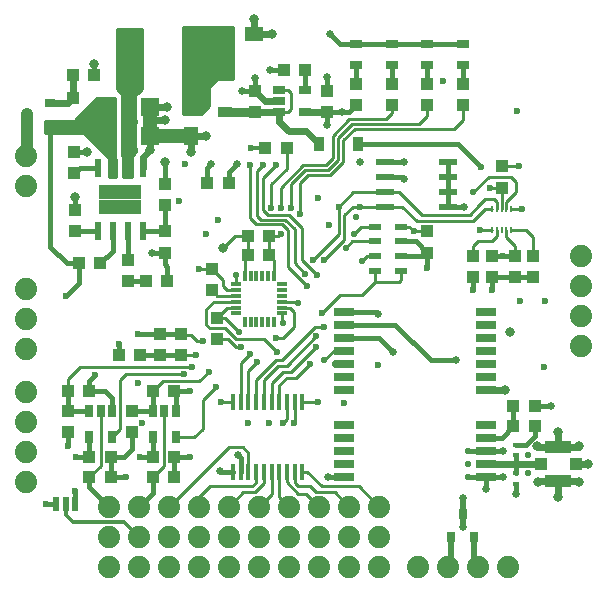
<source format=gbl>
G04 #@! TF.GenerationSoftware,KiCad,Pcbnew,(5.0.0)*
G04 #@! TF.CreationDate,2018-08-31T18:23:00+12:00*
G04 #@! TF.ProjectId,SimpleFC,53696D706C6546432E6B696361645F70,rev?*
G04 #@! TF.SameCoordinates,Original*
G04 #@! TF.FileFunction,Copper,L4,Bot,Signal*
G04 #@! TF.FilePolarity,Positive*
%FSLAX46Y46*%
G04 Gerber Fmt 4.6, Leading zero omitted, Abs format (unit mm)*
G04 Created by KiCad (PCBNEW (5.0.0)) date 08/31/18 18:23:00*
%MOMM*%
%LPD*%
G01*
G04 APERTURE LIST*
G04 #@! TA.AperFunction,SMDPad,CuDef*
%ADD10R,1.800000X0.800000*%
G04 #@! TD*
G04 #@! TA.AperFunction,SMDPad,CuDef*
%ADD11R,1.000000X1.100000*%
G04 #@! TD*
G04 #@! TA.AperFunction,SMDPad,CuDef*
%ADD12R,1.100000X1.000000*%
G04 #@! TD*
G04 #@! TA.AperFunction,SMDPad,CuDef*
%ADD13R,1.600000X1.600000*%
G04 #@! TD*
G04 #@! TA.AperFunction,SMDPad,CuDef*
%ADD14R,1.250000X1.500000*%
G04 #@! TD*
G04 #@! TA.AperFunction,SMDPad,CuDef*
%ADD15R,1.500000X1.250000*%
G04 #@! TD*
G04 #@! TA.AperFunction,SMDPad,CuDef*
%ADD16R,1.000000X1.000000*%
G04 #@! TD*
G04 #@! TA.AperFunction,SMDPad,CuDef*
%ADD17R,1.200000X0.900000*%
G04 #@! TD*
G04 #@! TA.AperFunction,SMDPad,CuDef*
%ADD18R,0.900000X1.200000*%
G04 #@! TD*
G04 #@! TA.AperFunction,SMDPad,CuDef*
%ADD19R,1.000000X0.670000*%
G04 #@! TD*
G04 #@! TA.AperFunction,SMDPad,CuDef*
%ADD20R,0.800000X0.900000*%
G04 #@! TD*
G04 #@! TA.AperFunction,ComponentPad*
%ADD21C,1.880000*%
G04 #@! TD*
G04 #@! TA.AperFunction,SMDPad,CuDef*
%ADD22R,0.600000X1.200000*%
G04 #@! TD*
G04 #@! TA.AperFunction,SMDPad,CuDef*
%ADD23R,1.900000X3.400000*%
G04 #@! TD*
G04 #@! TA.AperFunction,SMDPad,CuDef*
%ADD24R,0.900000X0.800000*%
G04 #@! TD*
G04 #@! TA.AperFunction,SMDPad,CuDef*
%ADD25R,0.225000X0.600000*%
G04 #@! TD*
G04 #@! TA.AperFunction,SMDPad,CuDef*
%ADD26R,0.350000X0.850000*%
G04 #@! TD*
G04 #@! TA.AperFunction,SMDPad,CuDef*
%ADD27R,0.850000X0.350000*%
G04 #@! TD*
G04 #@! TA.AperFunction,SMDPad,CuDef*
%ADD28R,1.100000X0.600000*%
G04 #@! TD*
G04 #@! TA.AperFunction,SMDPad,CuDef*
%ADD29R,1.175000X1.175000*%
G04 #@! TD*
G04 #@! TA.AperFunction,SMDPad,CuDef*
%ADD30R,0.600000X1.550000*%
G04 #@! TD*
G04 #@! TA.AperFunction,SMDPad,CuDef*
%ADD31R,1.060000X0.650000*%
G04 #@! TD*
G04 #@! TA.AperFunction,SMDPad,CuDef*
%ADD32R,1.550000X0.600000*%
G04 #@! TD*
G04 #@! TA.AperFunction,SMDPad,CuDef*
%ADD33R,0.650000X1.060000*%
G04 #@! TD*
G04 #@! TA.AperFunction,SMDPad,CuDef*
%ADD34R,0.450000X1.450000*%
G04 #@! TD*
G04 #@! TA.AperFunction,SMDPad,CuDef*
%ADD35R,0.600000X0.400000*%
G04 #@! TD*
G04 #@! TA.AperFunction,SMDPad,CuDef*
%ADD36R,2.200000X1.050000*%
G04 #@! TD*
G04 #@! TA.AperFunction,ViaPad*
%ADD37C,0.650000*%
G04 #@! TD*
G04 #@! TA.AperFunction,ViaPad*
%ADD38C,0.800000*%
G04 #@! TD*
G04 #@! TA.AperFunction,ViaPad*
%ADD39C,0.900000*%
G04 #@! TD*
G04 #@! TA.AperFunction,ViaPad*
%ADD40C,0.600000*%
G04 #@! TD*
G04 #@! TA.AperFunction,ViaPad*
%ADD41C,0.550000*%
G04 #@! TD*
G04 #@! TA.AperFunction,Conductor*
%ADD42C,0.400000*%
G04 #@! TD*
G04 #@! TA.AperFunction,Conductor*
%ADD43C,0.500000*%
G04 #@! TD*
G04 #@! TA.AperFunction,Conductor*
%ADD44C,0.600000*%
G04 #@! TD*
G04 #@! TA.AperFunction,Conductor*
%ADD45C,1.200000*%
G04 #@! TD*
G04 #@! TA.AperFunction,Conductor*
%ADD46C,0.250000*%
G04 #@! TD*
G04 #@! TA.AperFunction,Conductor*
%ADD47C,0.300000*%
G04 #@! TD*
G04 #@! TA.AperFunction,Conductor*
%ADD48C,0.800000*%
G04 #@! TD*
G04 #@! TA.AperFunction,Conductor*
%ADD49C,1.000000*%
G04 #@! TD*
G04 #@! TA.AperFunction,Conductor*
%ADD50C,0.254000*%
G04 #@! TD*
G04 APERTURE END LIST*
D10*
G04 #@! TO.P,U12,1*
G04 #@! TO.N,Net-(U12-Pad1)*
X165500000Y-101900000D03*
G04 #@! TO.P,U12,2*
G04 #@! TO.N,Net-(U12-Pad2)*
X165500000Y-103000000D03*
G04 #@! TO.P,U12,3*
G04 #@! TO.N,Net-(U12-Pad3)*
X165500000Y-104100000D03*
G04 #@! TO.P,U12,4*
G04 #@! TO.N,Net-(U12-Pad4)*
X165500000Y-105200000D03*
G04 #@! TO.P,U12,5*
G04 #@! TO.N,Net-(U12-Pad5)*
X165500000Y-106300000D03*
G04 #@! TO.P,U12,6*
G04 #@! TO.N,Net-(U12-Pad6)*
X165500000Y-107400000D03*
G04 #@! TO.P,U12,7*
G04 #@! TO.N,GND*
X165500000Y-108500000D03*
G04 #@! TO.P,U12,8*
G04 #@! TO.N,Net-(U12-Pad8)*
X165500000Y-111500000D03*
G04 #@! TO.P,U12,9*
G04 #@! TO.N,Net-(C42-Pad1)*
X165500000Y-112600000D03*
G04 #@! TO.P,U12,10*
G04 #@! TO.N,GND*
X165500000Y-113700000D03*
G04 #@! TO.P,U12,11*
G04 #@! TO.N,Net-(D13-Pad1)*
X165500000Y-114800000D03*
G04 #@! TO.P,U12,12*
G04 #@! TO.N,GND*
X165500000Y-115900000D03*
G04 #@! TO.P,U12,13*
X153500000Y-115900000D03*
G04 #@! TO.P,U12,14*
G04 #@! TO.N,Net-(U12-Pad14)*
X153500000Y-114800000D03*
G04 #@! TO.P,U12,15*
G04 #@! TO.N,Net-(U12-Pad15)*
X153500000Y-113700000D03*
G04 #@! TO.P,U12,16*
G04 #@! TO.N,Net-(U12-Pad16)*
X153500000Y-112600000D03*
G04 #@! TO.P,U12,17*
G04 #@! TO.N,Net-(U12-Pad17)*
X153500000Y-111500000D03*
G04 #@! TO.P,U12,18*
G04 #@! TO.N,Net-(U12-Pad18)*
X153500000Y-108500000D03*
G04 #@! TO.P,U12,19*
G04 #@! TO.N,Net-(U12-Pad19)*
X153500000Y-107400000D03*
G04 #@! TO.P,U12,20*
G04 #@! TO.N,U3RX*
X153500000Y-106300000D03*
G04 #@! TO.P,U12,21*
G04 #@! TO.N,U3TX*
X153500000Y-105200000D03*
G04 #@! TO.P,U12,22*
G04 #@! TO.N,Net-(BT1-Pad1)*
X153500000Y-104100000D03*
G04 #@! TO.P,U12,23*
G04 #@! TO.N,VDD_GPS*
X153500000Y-103000000D03*
G04 #@! TO.P,U12,24*
G04 #@! TO.N,GND*
X153500000Y-101900000D03*
G04 #@! TD*
D11*
G04 #@! TO.P,C10,1*
G04 #@! TO.N,+3.3VA*
X139700000Y-105600000D03*
G04 #@! TO.P,C10,2*
G04 #@! TO.N,GNDA*
X139700000Y-103800000D03*
G04 #@! TD*
G04 #@! TO.P,C11,1*
G04 #@! TO.N,+3.3VA*
X137900000Y-105600000D03*
G04 #@! TO.P,C11,2*
G04 #@! TO.N,GNDA*
X137900000Y-103800000D03*
G04 #@! TD*
G04 #@! TO.P,C12,1*
G04 #@! TO.N,+3V3*
X166800000Y-91400000D03*
G04 #@! TO.P,C12,2*
G04 #@! TO.N,GND*
X166800000Y-89600000D03*
G04 #@! TD*
G04 #@! TO.P,C13,2*
G04 #@! TO.N,GND*
X166000000Y-99000000D03*
G04 #@! TO.P,C13,1*
G04 #@! TO.N,+3V3*
X166000000Y-97200000D03*
G04 #@! TD*
G04 #@! TO.P,C14,2*
G04 #@! TO.N,GND*
X167900000Y-99000000D03*
G04 #@! TO.P,C14,1*
G04 #@! TO.N,+3V3*
X167900000Y-97200000D03*
G04 #@! TD*
G04 #@! TO.P,C15,1*
G04 #@! TO.N,Net-(C15-Pad1)*
X169500000Y-97200000D03*
G04 #@! TO.P,C15,2*
G04 #@! TO.N,GND*
X169500000Y-99000000D03*
G04 #@! TD*
G04 #@! TO.P,C16,1*
G04 #@! TO.N,Net-(C16-Pad1)*
X164400000Y-97200000D03*
G04 #@! TO.P,C16,2*
G04 #@! TO.N,GND*
X164400000Y-99000000D03*
G04 #@! TD*
G04 #@! TO.P,C17,2*
G04 #@! TO.N,GND*
X160500000Y-96900000D03*
G04 #@! TO.P,C17,1*
G04 #@! TO.N,+3V3*
X160500000Y-95100000D03*
G04 #@! TD*
G04 #@! TO.P,C18,1*
G04 #@! TO.N,Net-(C18-Pad1)*
X142300000Y-100100000D03*
G04 #@! TO.P,C18,2*
G04 #@! TO.N,GND*
X142300000Y-98300000D03*
G04 #@! TD*
G04 #@! TO.P,C19,2*
G04 #@! TO.N,GND*
X142700000Y-104200000D03*
G04 #@! TO.P,C19,1*
G04 #@! TO.N,+3V3*
X142700000Y-102400000D03*
G04 #@! TD*
D12*
G04 #@! TO.P,C20,1*
G04 #@! TO.N,+3V3*
X145300000Y-95500000D03*
G04 #@! TO.P,C20,2*
G04 #@! TO.N,GND*
X147100000Y-95500000D03*
G04 #@! TD*
G04 #@! TO.P,C21,2*
G04 #@! TO.N,GND*
X147100000Y-97100000D03*
G04 #@! TO.P,C21,1*
G04 #@! TO.N,+3V3*
X145300000Y-97100000D03*
G04 #@! TD*
D11*
G04 #@! TO.P,C22,1*
G04 #@! TO.N,Net-(C22-Pad1)*
X130600000Y-90200000D03*
G04 #@! TO.P,C22,2*
G04 #@! TO.N,V_SW*
X130600000Y-88400000D03*
G04 #@! TD*
D13*
G04 #@! TO.P,C23,1*
G04 #@! TO.N,+BATT*
X133400000Y-84600000D03*
G04 #@! TO.P,C23,2*
G04 #@! TO.N,GND*
X137000000Y-84600000D03*
G04 #@! TD*
G04 #@! TO.P,C24,2*
G04 #@! TO.N,GND*
X137000000Y-87000000D03*
G04 #@! TO.P,C24,1*
G04 #@! TO.N,+BATT*
X133400000Y-87000000D03*
G04 #@! TD*
D11*
G04 #@! TO.P,C25,1*
G04 #@! TO.N,Net-(C25-Pad1)*
X135150000Y-97500000D03*
G04 #@! TO.P,C25,2*
G04 #@! TO.N,Net-(C25-Pad2)*
X135150000Y-99300000D03*
G04 #@! TD*
G04 #@! TO.P,C26,2*
G04 #@! TO.N,GND*
X130700000Y-93300000D03*
G04 #@! TO.P,C26,1*
G04 #@! TO.N,Net-(C26-Pad1)*
X130700000Y-95100000D03*
G04 #@! TD*
D14*
G04 #@! TO.P,C27,1*
G04 #@! TO.N,+5V*
X140500000Y-84500000D03*
G04 #@! TO.P,C27,2*
G04 #@! TO.N,GND*
X140500000Y-87000000D03*
G04 #@! TD*
D15*
G04 #@! TO.P,C28,2*
G04 #@! TO.N,GND*
X145850000Y-78400000D03*
G04 #@! TO.P,C28,1*
G04 #@! TO.N,+5V*
X143350000Y-78400000D03*
G04 #@! TD*
D11*
G04 #@! TO.P,C30,1*
G04 #@! TO.N,+3V3*
X152000000Y-85000000D03*
G04 #@! TO.P,C30,2*
G04 #@! TO.N,GND*
X152000000Y-83200000D03*
G04 #@! TD*
G04 #@! TO.P,C31,2*
G04 #@! TO.N,GND*
X145900000Y-83200000D03*
G04 #@! TO.P,C31,1*
G04 #@! TO.N,Net-(C31-Pad1)*
X145900000Y-85000000D03*
G04 #@! TD*
D12*
G04 #@! TO.P,C32,1*
G04 #@! TO.N,Net-(C32-Pad1)*
X150200000Y-81400000D03*
G04 #@! TO.P,C32,2*
G04 #@! TO.N,GND*
X148400000Y-81400000D03*
G04 #@! TD*
G04 #@! TO.P,C34,2*
G04 #@! TO.N,GND*
X143700000Y-91000000D03*
G04 #@! TO.P,C34,1*
G04 #@! TO.N,+3V3*
X141900000Y-91000000D03*
G04 #@! TD*
G04 #@! TO.P,C36,2*
G04 #@! TO.N,GND*
X139100000Y-114200000D03*
G04 #@! TO.P,C36,1*
G04 #@! TO.N,+3V3*
X137300000Y-114200000D03*
G04 #@! TD*
G04 #@! TO.P,C37,2*
G04 #@! TO.N,GND*
X139100000Y-108600000D03*
G04 #@! TO.P,C37,1*
G04 #@! TO.N,U2TX*
X137300000Y-108600000D03*
G04 #@! TD*
G04 #@! TO.P,C38,1*
G04 #@! TO.N,+3V3*
X131900000Y-114200000D03*
G04 #@! TO.P,C38,2*
G04 #@! TO.N,GND*
X133700000Y-114200000D03*
G04 #@! TD*
G04 #@! TO.P,C40,2*
G04 #@! TO.N,GND*
X131900000Y-108600000D03*
G04 #@! TO.P,C40,1*
G04 #@! TO.N,U4TX*
X130100000Y-108600000D03*
G04 #@! TD*
D16*
G04 #@! TO.P,D1,1*
G04 #@! TO.N,+BATT*
X130500000Y-86350000D03*
G04 #@! TO.P,D1,2*
G04 #@! TO.N,Net-(D1-Pad2)*
X130500000Y-83850000D03*
G04 #@! TD*
D17*
G04 #@! TO.P,D4,1*
G04 #@! TO.N,Net-(C31-Pad1)*
X143400000Y-85000000D03*
G04 #@! TO.P,D4,2*
G04 #@! TO.N,+5V*
X143400000Y-81700000D03*
G04 #@! TD*
D18*
G04 #@! TO.P,D5,2*
G04 #@! TO.N,VBUS*
X154650000Y-87700000D03*
G04 #@! TO.P,D5,1*
G04 #@! TO.N,Net-(C31-Pad1)*
X151350000Y-87700000D03*
G04 #@! TD*
D19*
G04 #@! TO.P,D6,1*
G04 #@! TO.N,GND*
X154500000Y-79225000D03*
G04 #@! TO.P,D6,2*
G04 #@! TO.N,Net-(D6-Pad2)*
X154500000Y-80975000D03*
G04 #@! TD*
G04 #@! TO.P,D7,2*
G04 #@! TO.N,Net-(D7-Pad2)*
X163500000Y-80975000D03*
G04 #@! TO.P,D7,1*
G04 #@! TO.N,GND*
X163500000Y-79225000D03*
G04 #@! TD*
G04 #@! TO.P,D8,1*
G04 #@! TO.N,GND*
X160500000Y-79225000D03*
G04 #@! TO.P,D8,2*
G04 #@! TO.N,Net-(D8-Pad2)*
X160500000Y-80975000D03*
G04 #@! TD*
G04 #@! TO.P,D9,2*
G04 #@! TO.N,Net-(D9-Pad2)*
X157500000Y-80975000D03*
G04 #@! TO.P,D9,1*
G04 #@! TO.N,GND*
X157500000Y-79225000D03*
G04 #@! TD*
D20*
G04 #@! TO.P,D11,3*
G04 #@! TO.N,GND*
X163500000Y-119000000D03*
G04 #@! TO.P,D11,2*
G04 #@! TO.N,CANL*
X162550000Y-121000000D03*
G04 #@! TO.P,D11,1*
G04 #@! TO.N,CANH*
X164450000Y-121000000D03*
G04 #@! TD*
D21*
G04 #@! TO.P,J1,1*
G04 #@! TO.N,Net-(J1-Pad1)*
X126500000Y-88730000D03*
G04 #@! TO.P,J1,2*
G04 #@! TO.N,GND*
X126500000Y-91270000D03*
G04 #@! TD*
G04 #@! TO.P,J3,1*
G04 #@! TO.N,Net-(J3-Pad1)*
X173500000Y-104810000D03*
G04 #@! TO.P,J3,2*
G04 #@! TO.N,U1TX*
X173500000Y-102270000D03*
G04 #@! TO.P,J3,3*
G04 #@! TO.N,U1RX*
X173500000Y-99730000D03*
G04 #@! TO.P,J3,4*
G04 #@! TO.N,GND*
X173500000Y-97190000D03*
G04 #@! TD*
G04 #@! TO.P,J4,1*
G04 #@! TO.N,+5V*
X167310000Y-123500000D03*
G04 #@! TO.P,J4,2*
G04 #@! TO.N,CANH*
X164770000Y-123500000D03*
G04 #@! TO.P,J4,3*
G04 #@! TO.N,CANL*
X162230000Y-123500000D03*
G04 #@! TO.P,J4,4*
G04 #@! TO.N,GND*
X159690000Y-123500000D03*
G04 #@! TD*
G04 #@! TO.P,J11,4*
G04 #@! TO.N,GND*
X126500000Y-116310000D03*
G04 #@! TO.P,J11,3*
G04 #@! TO.N,ADC_IN3*
X126500000Y-113770000D03*
G04 #@! TO.P,J11,2*
G04 #@! TO.N,ADC_IN2*
X126500000Y-111230000D03*
G04 #@! TO.P,J11,1*
G04 #@! TO.N,+5V*
X126500000Y-108690000D03*
G04 #@! TD*
G04 #@! TO.P,J14,1*
G04 #@! TO.N,ADC_CURR*
X126500000Y-105040000D03*
G04 #@! TO.P,J14,2*
G04 #@! TO.N,+5V*
X126500000Y-102500000D03*
G04 #@! TO.P,J14,3*
G04 #@! TO.N,GND*
X126500000Y-99960000D03*
G04 #@! TD*
D22*
G04 #@! TO.P,JP3,1*
G04 #@! TO.N,+3V3*
X129100000Y-118200000D03*
G04 #@! TO.P,JP3,2*
G04 #@! TO.N,Net-(J6-Pad2)*
X129900000Y-118200000D03*
G04 #@! TO.P,JP3,3*
G04 #@! TO.N,+5V*
X130700000Y-118200000D03*
G04 #@! TD*
D12*
G04 #@! TO.P,L1,1*
G04 #@! TO.N,+3V3*
X134400000Y-105600000D03*
G04 #@! TO.P,L1,2*
G04 #@! TO.N,+3.3VA*
X136200000Y-105600000D03*
G04 #@! TD*
D23*
G04 #@! TO.P,L2,1*
G04 #@! TO.N,V_SW*
X135320000Y-79600000D03*
G04 #@! TO.P,L2,2*
G04 #@! TO.N,+5V*
X140880000Y-79600000D03*
G04 #@! TD*
D24*
G04 #@! TO.P,Q1,1*
G04 #@! TO.N,Net-(D1-Pad2)*
X128600000Y-84250000D03*
G04 #@! TO.P,Q1,2*
G04 #@! TO.N,+BATT*
X128600000Y-86150000D03*
G04 #@! TO.P,Q1,3*
G04 #@! TO.N,Net-(J1-Pad1)*
X126600000Y-85200000D03*
G04 #@! TD*
D12*
G04 #@! TO.P,R1,1*
G04 #@! TO.N,Net-(R1-Pad1)*
X148600000Y-88000000D03*
G04 #@! TO.P,R1,2*
G04 #@! TO.N,GND*
X146800000Y-88000000D03*
G04 #@! TD*
G04 #@! TO.P,R6,1*
G04 #@! TO.N,Net-(R6-Pad1)*
X132800000Y-97800000D03*
G04 #@! TO.P,R6,2*
G04 #@! TO.N,+BATT*
X131000000Y-97800000D03*
G04 #@! TD*
D11*
G04 #@! TO.P,R7,2*
G04 #@! TO.N,Net-(R10-Pad2)*
X138300000Y-92900000D03*
G04 #@! TO.P,R7,1*
G04 #@! TO.N,+5V*
X138300000Y-91100000D03*
G04 #@! TD*
D12*
G04 #@! TO.P,R9,2*
G04 #@! TO.N,GND*
X132300000Y-81900000D03*
G04 #@! TO.P,R9,1*
G04 #@! TO.N,Net-(D1-Pad2)*
X130500000Y-81900000D03*
G04 #@! TD*
D11*
G04 #@! TO.P,R10,1*
G04 #@! TO.N,GND*
X138300000Y-96900000D03*
G04 #@! TO.P,R10,2*
G04 #@! TO.N,Net-(R10-Pad2)*
X138300000Y-95100000D03*
G04 #@! TD*
D12*
G04 #@! TO.P,R11,2*
G04 #@! TO.N,GND*
X138500000Y-99300000D03*
G04 #@! TO.P,R11,1*
G04 #@! TO.N,Net-(C25-Pad2)*
X136700000Y-99300000D03*
G04 #@! TD*
D11*
G04 #@! TO.P,R13,1*
G04 #@! TO.N,Net-(D6-Pad2)*
X154500000Y-82600000D03*
G04 #@! TO.P,R13,2*
G04 #@! TO.N,+3V3*
X154500000Y-84400000D03*
G04 #@! TD*
G04 #@! TO.P,R14,2*
G04 #@! TO.N,GPS_LED*
X163500000Y-84400000D03*
G04 #@! TO.P,R14,1*
G04 #@! TO.N,Net-(D7-Pad2)*
X163500000Y-82600000D03*
G04 #@! TD*
G04 #@! TO.P,R15,1*
G04 #@! TO.N,Net-(D8-Pad2)*
X160500000Y-82600000D03*
G04 #@! TO.P,R15,2*
G04 #@! TO.N,RDY_LED*
X160500000Y-84400000D03*
G04 #@! TD*
G04 #@! TO.P,R16,2*
G04 #@! TO.N,DBG_LED*
X157500000Y-84400000D03*
G04 #@! TO.P,R16,1*
G04 #@! TO.N,Net-(D9-Pad2)*
X157500000Y-82600000D03*
G04 #@! TD*
G04 #@! TO.P,R17,2*
G04 #@! TO.N,GND*
X135500000Y-112100000D03*
G04 #@! TO.P,R17,1*
G04 #@! TO.N,U2TX*
X135500000Y-110300000D03*
G04 #@! TD*
D12*
G04 #@! TO.P,R18,1*
G04 #@! TO.N,RC_IN1*
X137300000Y-115900000D03*
G04 #@! TO.P,R18,2*
G04 #@! TO.N,GND*
X139100000Y-115900000D03*
G04 #@! TD*
D11*
G04 #@! TO.P,R20,1*
G04 #@! TO.N,U4TX*
X130100000Y-110300000D03*
G04 #@! TO.P,R20,2*
G04 #@! TO.N,GND*
X130100000Y-112100000D03*
G04 #@! TD*
D12*
G04 #@! TO.P,R21,2*
G04 #@! TO.N,GND*
X133700000Y-115900000D03*
G04 #@! TO.P,R21,1*
G04 #@! TO.N,RC_IN2*
X131900000Y-115900000D03*
G04 #@! TD*
D25*
G04 #@! TO.P,U2,1*
G04 #@! TO.N,Net-(C15-Pad1)*
X167600000Y-95000000D03*
G04 #@! TO.P,U2,2*
G04 #@! TO.N,+3V3*
X167200000Y-95000000D03*
G04 #@! TO.P,U2,3*
G04 #@! TO.N,Net-(U2-Pad3)*
X166800000Y-95000000D03*
G04 #@! TO.P,U2,4*
G04 #@! TO.N,Net-(C16-Pad1)*
X166400000Y-95000000D03*
G04 #@! TO.P,U2,5*
G04 #@! TO.N,GND*
X166000000Y-95000000D03*
G04 #@! TO.P,U2,6*
G04 #@! TO.N,I2C1_SDA*
X166000000Y-93200000D03*
G04 #@! TO.P,U2,7*
G04 #@! TO.N,I2C1_SCL*
X166400000Y-93200000D03*
G04 #@! TO.P,U2,8*
G04 #@! TO.N,+3V3*
X166800000Y-93200000D03*
G04 #@! TO.P,U2,9*
G04 #@! TO.N,MAG_INT*
X167200000Y-93200000D03*
G04 #@! TO.P,U2,10*
G04 #@! TO.N,GND*
X167600000Y-93200000D03*
G04 #@! TD*
D26*
G04 #@! TO.P,U3,1*
G04 #@! TO.N,Net-(U3-Pad1)*
X147550000Y-102750000D03*
G04 #@! TO.P,U3,2*
G04 #@! TO.N,Net-(U3-Pad2)*
X147050000Y-102750000D03*
G04 #@! TO.P,U3,3*
G04 #@! TO.N,Net-(U3-Pad3)*
X146550000Y-102750000D03*
G04 #@! TO.P,U3,4*
G04 #@! TO.N,Net-(U3-Pad4)*
X146050000Y-102750000D03*
G04 #@! TO.P,U3,5*
G04 #@! TO.N,Net-(U3-Pad5)*
X145550000Y-102750000D03*
G04 #@! TO.P,U3,6*
G04 #@! TO.N,Net-(U3-Pad6)*
X145050000Y-102750000D03*
D27*
G04 #@! TO.P,U3,7*
G04 #@! TO.N,Net-(U3-Pad7)*
X144350000Y-102050000D03*
G04 #@! TO.P,U3,8*
G04 #@! TO.N,+3V3*
X144350000Y-101550000D03*
G04 #@! TO.P,U3,9*
G04 #@! TO.N,SPI1_MISO*
X144350000Y-101050000D03*
G04 #@! TO.P,U3,10*
G04 #@! TO.N,Net-(C18-Pad1)*
X144350000Y-100550000D03*
G04 #@! TO.P,U3,11*
G04 #@! TO.N,GND*
X144350000Y-100050000D03*
G04 #@! TO.P,U3,12*
G04 #@! TO.N,MPU_INT*
X144350000Y-99550000D03*
D26*
G04 #@! TO.P,U3,13*
G04 #@! TO.N,+3V3*
X145050000Y-98850000D03*
G04 #@! TO.P,U3,14*
G04 #@! TO.N,Net-(U3-Pad14)*
X145550000Y-98850000D03*
G04 #@! TO.P,U3,15*
G04 #@! TO.N,Net-(U3-Pad15)*
X146050000Y-98850000D03*
G04 #@! TO.P,U3,16*
G04 #@! TO.N,Net-(U3-Pad16)*
X146550000Y-98850000D03*
G04 #@! TO.P,U3,17*
G04 #@! TO.N,Net-(U3-Pad17)*
X147050000Y-98850000D03*
G04 #@! TO.P,U3,18*
G04 #@! TO.N,GND*
X147550000Y-98850000D03*
D27*
G04 #@! TO.P,U3,19*
G04 #@! TO.N,Net-(U3-Pad19)*
X148250000Y-99550000D03*
G04 #@! TO.P,U3,20*
G04 #@! TO.N,Net-(U3-Pad20)*
X148250000Y-100050000D03*
G04 #@! TO.P,U3,21*
G04 #@! TO.N,Net-(U3-Pad21)*
X148250000Y-100550000D03*
G04 #@! TO.P,U3,22*
G04 #@! TO.N,MPU_CS*
X148250000Y-101050000D03*
G04 #@! TO.P,U3,23*
G04 #@! TO.N,SPI1_SCK*
X148250000Y-101550000D03*
G04 #@! TO.P,U3,24*
G04 #@! TO.N,SPI1_MOSI*
X148250000Y-102050000D03*
G04 #@! TD*
D28*
G04 #@! TO.P,U4,1*
G04 #@! TO.N,+3V3*
X158300000Y-94700000D03*
G04 #@! TO.P,U4,2*
G04 #@! TO.N,GND*
X158300000Y-95950000D03*
G04 #@! TO.P,U4,3*
X158300000Y-97200000D03*
G04 #@! TO.P,U4,4*
G04 #@! TO.N,BARO_CS*
X158300000Y-98450000D03*
G04 #@! TO.P,U4,5*
X156100000Y-98450000D03*
G04 #@! TO.P,U4,6*
G04 #@! TO.N,SPI1_MISO*
X156100000Y-97200000D03*
G04 #@! TO.P,U4,7*
G04 #@! TO.N,SPI1_MOSI*
X156100000Y-95950000D03*
G04 #@! TO.P,U4,8*
G04 #@! TO.N,SPI1_SCK*
X156100000Y-94700000D03*
G04 #@! TD*
D29*
G04 #@! TO.P,U5,9*
G04 #@! TO.N,GND*
X134500000Y-93000000D03*
X134500000Y-91800000D03*
D30*
G04 #@! TO.P,U5,1*
G04 #@! TO.N,Net-(C22-Pad1)*
X132595000Y-89700000D03*
G04 #@! TO.P,U5,2*
G04 #@! TO.N,+BATT*
X133865000Y-89700000D03*
G04 #@! TO.P,U5,3*
G04 #@! TO.N,V_SW*
X135135000Y-89700000D03*
G04 #@! TO.P,U5,4*
G04 #@! TO.N,GND*
X136405000Y-89700000D03*
G04 #@! TO.P,U5,5*
G04 #@! TO.N,Net-(R10-Pad2)*
X136405000Y-95100000D03*
G04 #@! TO.P,U5,6*
G04 #@! TO.N,Net-(C25-Pad1)*
X135135000Y-95100000D03*
G04 #@! TO.P,U5,7*
G04 #@! TO.N,Net-(R6-Pad1)*
X133865000Y-95100000D03*
G04 #@! TO.P,U5,8*
G04 #@! TO.N,Net-(C26-Pad1)*
X132595000Y-95100000D03*
D29*
G04 #@! TO.P,U5,9*
G04 #@! TO.N,GND*
X135700000Y-93000000D03*
X133300000Y-93000000D03*
X135700000Y-91800000D03*
X133300000Y-91800000D03*
G04 #@! TD*
D31*
G04 #@! TO.P,U6,1*
G04 #@! TO.N,Net-(C31-Pad1)*
X148000000Y-85000000D03*
G04 #@! TO.P,U6,2*
G04 #@! TO.N,GND*
X148000000Y-84050000D03*
G04 #@! TO.P,U6,3*
G04 #@! TO.N,Net-(C31-Pad1)*
X148000000Y-83100000D03*
G04 #@! TO.P,U6,4*
G04 #@! TO.N,Net-(C32-Pad1)*
X150200000Y-83100000D03*
G04 #@! TO.P,U6,5*
G04 #@! TO.N,+3V3*
X150200000Y-85000000D03*
G04 #@! TD*
D32*
G04 #@! TO.P,U7,8*
G04 #@! TO.N,+3V3*
X156900000Y-89195000D03*
G04 #@! TO.P,U7,7*
G04 #@! TO.N,GND*
X156900000Y-90465000D03*
G04 #@! TO.P,U7,6*
G04 #@! TO.N,I2C1_SCL*
X156900000Y-91735000D03*
G04 #@! TO.P,U7,5*
G04 #@! TO.N,I2C1_SDA*
X156900000Y-93005000D03*
G04 #@! TO.P,U7,4*
G04 #@! TO.N,GND*
X162300000Y-93005000D03*
G04 #@! TO.P,U7,3*
X162300000Y-91735000D03*
G04 #@! TO.P,U7,2*
X162300000Y-90465000D03*
G04 #@! TO.P,U7,1*
X162300000Y-89195000D03*
G04 #@! TD*
D33*
G04 #@! TO.P,U8,5*
G04 #@! TO.N,+3V3*
X137300000Y-112500000D03*
G04 #@! TO.P,U8,4*
G04 #@! TO.N,U2RX*
X139200000Y-112500000D03*
G04 #@! TO.P,U8,3*
G04 #@! TO.N,GND*
X139200000Y-110300000D03*
G04 #@! TO.P,U8,2*
G04 #@! TO.N,RC_IN1*
X138250000Y-110300000D03*
G04 #@! TO.P,U8,1*
G04 #@! TO.N,U2TX*
X137300000Y-110300000D03*
G04 #@! TD*
D34*
G04 #@! TO.P,U9,1*
G04 #@! TO.N,+3V3*
X144075000Y-109550000D03*
G04 #@! TO.P,U9,2*
G04 #@! TO.N,T4C4*
X144725000Y-109550000D03*
G04 #@! TO.P,U9,3*
G04 #@! TO.N,T4C3*
X145375000Y-109550000D03*
G04 #@! TO.P,U9,4*
G04 #@! TO.N,T3C2*
X146025000Y-109550000D03*
G04 #@! TO.P,U9,5*
G04 #@! TO.N,T3C1*
X146675000Y-109550000D03*
G04 #@! TO.P,U9,6*
G04 #@! TO.N,T12C2*
X147325000Y-109550000D03*
G04 #@! TO.P,U9,7*
G04 #@! TO.N,T12C1*
X147975000Y-109550000D03*
G04 #@! TO.P,U9,8*
G04 #@! TO.N,T3C3*
X148625000Y-109550000D03*
G04 #@! TO.P,U9,9*
G04 #@! TO.N,T3C4*
X149275000Y-109550000D03*
G04 #@! TO.P,U9,10*
G04 #@! TO.N,GND*
X149925000Y-109550000D03*
G04 #@! TO.P,U9,11*
G04 #@! TO.N,M8*
X149925000Y-115450000D03*
G04 #@! TO.P,U9,12*
G04 #@! TO.N,M7*
X149275000Y-115450000D03*
G04 #@! TO.P,U9,13*
G04 #@! TO.N,M6*
X148625000Y-115450000D03*
G04 #@! TO.P,U9,14*
G04 #@! TO.N,M5*
X147975000Y-115450000D03*
G04 #@! TO.P,U9,15*
G04 #@! TO.N,M4*
X147325000Y-115450000D03*
G04 #@! TO.P,U9,16*
G04 #@! TO.N,M3*
X146675000Y-115450000D03*
G04 #@! TO.P,U9,17*
G04 #@! TO.N,M2*
X146025000Y-115450000D03*
G04 #@! TO.P,U9,18*
G04 #@! TO.N,M1*
X145375000Y-115450000D03*
G04 #@! TO.P,U9,19*
G04 #@! TO.N,GND*
X144725000Y-115450000D03*
G04 #@! TO.P,U9,20*
G04 #@! TO.N,+3V3*
X144075000Y-115450000D03*
G04 #@! TD*
D33*
G04 #@! TO.P,U10,1*
G04 #@! TO.N,U4TX*
X131900000Y-110300000D03*
G04 #@! TO.P,U10,2*
G04 #@! TO.N,RC_IN2*
X132850000Y-110300000D03*
G04 #@! TO.P,U10,3*
G04 #@! TO.N,GND*
X133800000Y-110300000D03*
G04 #@! TO.P,U10,4*
G04 #@! TO.N,U4RX*
X133800000Y-112500000D03*
G04 #@! TO.P,U10,5*
G04 #@! TO.N,+3V3*
X131900000Y-112500000D03*
G04 #@! TD*
D21*
G04 #@! TO.P,J5,10*
G04 #@! TO.N,M8*
X156430000Y-118420000D03*
G04 #@! TO.P,J5,1*
G04 #@! TO.N,RC_IN2*
X133570000Y-118420000D03*
G04 #@! TO.P,J5,2*
G04 #@! TO.N,RC_IN1*
X136110000Y-118420000D03*
G04 #@! TO.P,J5,3*
G04 #@! TO.N,M1*
X138650000Y-118420000D03*
G04 #@! TO.P,J5,4*
G04 #@! TO.N,M2*
X141190000Y-118420000D03*
G04 #@! TO.P,J5,5*
G04 #@! TO.N,M3*
X143730000Y-118420000D03*
G04 #@! TO.P,J5,6*
G04 #@! TO.N,M4*
X146270000Y-118420000D03*
G04 #@! TO.P,J5,7*
G04 #@! TO.N,M5*
X148810000Y-118420000D03*
G04 #@! TO.P,J5,8*
G04 #@! TO.N,M6*
X151350000Y-118420000D03*
G04 #@! TO.P,J5,9*
G04 #@! TO.N,M7*
X153890000Y-118420000D03*
G04 #@! TD*
G04 #@! TO.P,J6,9*
G04 #@! TO.N,Net-(J6-Pad9)*
X153890000Y-120960000D03*
G04 #@! TO.P,J6,8*
G04 #@! TO.N,Net-(J6-Pad8)*
X151350000Y-120960000D03*
G04 #@! TO.P,J6,7*
G04 #@! TO.N,Net-(J6-Pad7)*
X148810000Y-120960000D03*
G04 #@! TO.P,J6,6*
G04 #@! TO.N,Net-(J6-Pad6)*
X146270000Y-120960000D03*
G04 #@! TO.P,J6,5*
G04 #@! TO.N,Net-(J6-Pad5)*
X143730000Y-120960000D03*
G04 #@! TO.P,J6,4*
G04 #@! TO.N,Net-(J6-Pad4)*
X141190000Y-120960000D03*
G04 #@! TO.P,J6,3*
G04 #@! TO.N,Net-(J6-Pad3)*
X138650000Y-120960000D03*
G04 #@! TO.P,J6,2*
G04 #@! TO.N,Net-(J6-Pad2)*
X136110000Y-120960000D03*
G04 #@! TO.P,J6,1*
G04 #@! TO.N,Net-(J6-Pad1)*
X133570000Y-120960000D03*
G04 #@! TO.P,J6,10*
G04 #@! TO.N,Net-(J6-Pad10)*
X156430000Y-120960000D03*
G04 #@! TD*
G04 #@! TO.P,J7,10*
G04 #@! TO.N,GND*
X156430000Y-123500000D03*
G04 #@! TO.P,J7,1*
X133570000Y-123500000D03*
G04 #@! TO.P,J7,2*
X136110000Y-123500000D03*
G04 #@! TO.P,J7,3*
X138650000Y-123500000D03*
G04 #@! TO.P,J7,4*
X141190000Y-123500000D03*
G04 #@! TO.P,J7,5*
X143730000Y-123500000D03*
G04 #@! TO.P,J7,6*
X146270000Y-123500000D03*
G04 #@! TO.P,J7,7*
X148810000Y-123500000D03*
G04 #@! TO.P,J7,8*
X151350000Y-123500000D03*
G04 #@! TO.P,J7,9*
X153890000Y-123500000D03*
G04 #@! TD*
D12*
G04 #@! TO.P,C42,2*
G04 #@! TO.N,GND*
X169600000Y-109900000D03*
G04 #@! TO.P,C42,1*
G04 #@! TO.N,Net-(C42-Pad1)*
X167800000Y-109900000D03*
G04 #@! TD*
D35*
G04 #@! TO.P,D13,1*
G04 #@! TO.N,Net-(D13-Pad1)*
X168000000Y-115550000D03*
G04 #@! TO.P,D13,2*
G04 #@! TO.N,GND*
X168000000Y-116450000D03*
G04 #@! TD*
D36*
G04 #@! TO.P,J8,2*
G04 #@! TO.N,GND*
X171600000Y-116275000D03*
X171600000Y-113325000D03*
D16*
X173100000Y-114800000D03*
G04 #@! TO.P,J8,1*
G04 #@! TO.N,Net-(D13-Pad1)*
X170100000Y-114800000D03*
G04 #@! TD*
D35*
G04 #@! TO.P,L3,2*
G04 #@! TO.N,Net-(D13-Pad1)*
X168000000Y-114050000D03*
G04 #@! TO.P,L3,1*
G04 #@! TO.N,Net-(L3-Pad1)*
X168000000Y-113150000D03*
G04 #@! TD*
D12*
G04 #@! TO.P,R28,2*
G04 #@! TO.N,Net-(L3-Pad1)*
X169600000Y-111600000D03*
G04 #@! TO.P,R28,1*
G04 #@! TO.N,Net-(C42-Pad1)*
X167800000Y-111600000D03*
G04 #@! TD*
D37*
G04 #@! TO.N,GND*
X152300000Y-78400000D03*
X163500000Y-120100000D03*
X163500000Y-117700000D03*
D38*
X138300000Y-85700000D03*
D39*
X138800000Y-87000000D03*
D40*
X160500000Y-98200000D03*
X144700000Y-104900000D03*
X130100000Y-113300000D03*
X140400000Y-114200000D03*
X135000000Y-115900000D03*
X136400000Y-111300000D03*
X136000000Y-107900000D03*
X140400000Y-108600000D03*
X132400000Y-107300000D03*
D41*
X164000000Y-113700000D03*
X164000000Y-115900000D03*
X164000000Y-114800000D03*
D38*
X169850000Y-116300000D03*
D41*
X169000000Y-115600000D03*
D38*
X169800000Y-113300000D03*
D41*
X169000000Y-114000000D03*
D37*
X152100000Y-115900000D03*
X156350000Y-102100000D03*
D40*
X151250000Y-109550000D03*
X141200000Y-98300000D03*
X166000000Y-100100000D03*
X170500000Y-101000000D03*
X168400000Y-101000000D03*
X164400000Y-100100000D03*
X165000000Y-95000000D03*
X168500000Y-93200000D03*
X168300000Y-89600000D03*
X168150000Y-84950000D03*
D37*
X165500000Y-116900000D03*
X166900000Y-115900000D03*
X166900000Y-113700000D03*
X168000000Y-117300000D03*
D38*
X174100000Y-114800000D03*
X171600000Y-117550000D03*
X173400000Y-116300000D03*
X173400000Y-113300000D03*
X171600000Y-112100000D03*
X167100000Y-108500000D03*
D37*
X144450000Y-114050000D03*
X171000000Y-109900000D03*
X163600000Y-93000000D03*
X158500000Y-90700000D03*
D40*
X145600000Y-88000000D03*
X148100000Y-95300000D03*
D37*
X144400000Y-89400000D03*
X137200000Y-96900000D03*
X145900000Y-82100000D03*
X144800000Y-83200000D03*
D38*
X130700000Y-92200000D03*
X132300000Y-80900000D03*
X141800000Y-87000000D03*
X140500000Y-88400000D03*
X138500000Y-84600000D03*
X137000000Y-88200000D03*
X145850000Y-77100000D03*
X147400000Y-78400000D03*
D37*
X152000000Y-82000000D03*
X147200000Y-81400000D03*
D40*
X133300000Y-93000000D03*
X134500000Y-93000000D03*
X135700000Y-93000000D03*
X135700000Y-91800000D03*
X134500000Y-91800000D03*
X133300000Y-91800000D03*
X145300000Y-111300000D03*
D37*
G04 #@! TO.N,+3V3*
X152000000Y-86100000D03*
X153300000Y-85000000D03*
X143000000Y-115400000D03*
D40*
X134400000Y-104600000D03*
X141800000Y-95300000D03*
X142800000Y-94100000D03*
X128200000Y-118200000D03*
X130800000Y-114200000D03*
X136200000Y-114200000D03*
X153500000Y-109650000D03*
X143050000Y-109550000D03*
X170400000Y-106600000D03*
X166950000Y-97200000D03*
X165800000Y-91400000D03*
X161875000Y-82400000D03*
X159400000Y-95100000D03*
D37*
X158500000Y-89200000D03*
X154800000Y-89200000D03*
X142200000Y-89400000D03*
D38*
X143200000Y-96500000D03*
D41*
X144600000Y-103600000D03*
D40*
X147100000Y-111300000D03*
G04 #@! TO.N,+3.3VA*
X140900000Y-105600000D03*
G04 #@! TO.N,GNDA*
X136000000Y-103800000D03*
X141500000Y-104400000D03*
G04 #@! TO.N,+BATT*
X129900000Y-100600000D03*
G04 #@! TO.N,+5V*
X156300000Y-106400000D03*
D38*
X143400000Y-80000000D03*
X167500000Y-103600000D03*
D40*
X130700000Y-117100000D03*
D38*
X140600000Y-82900000D03*
X138300000Y-89200000D03*
D40*
G04 #@! TO.N,U2TX*
X142000000Y-107000000D03*
G04 #@! TO.N,U4TX*
X140600000Y-106600000D03*
G04 #@! TO.N,VBUS*
X165050000Y-89650000D03*
D41*
G04 #@! TO.N,U3TX*
X151800000Y-106000000D03*
G04 #@! TO.N,U3RX*
X152700000Y-106300000D03*
D40*
G04 #@! TO.N,SDIO_D2*
X139500000Y-92500000D03*
X152200000Y-94600000D03*
G04 #@! TO.N,SDIO_D3*
X151300000Y-92300000D03*
X140000000Y-89400000D03*
G04 #@! TO.N,SDIO_D0*
X150300000Y-99700000D03*
X145500000Y-89500000D03*
G04 #@! TO.N,SDIO_D1*
X146600000Y-89500000D03*
X150200000Y-98700000D03*
G04 #@! TO.N,SD_DECT*
X151200000Y-98800000D03*
X147700000Y-89500000D03*
G04 #@! TO.N,Net-(R1-Pad1)*
X147300000Y-93100000D03*
G04 #@! TO.N,I2C1_SCL*
X153000000Y-93000000D03*
X150800000Y-97500000D03*
G04 #@! TO.N,I2C1_SDA*
X154800000Y-93000000D03*
X151800000Y-97500000D03*
G04 #@! TO.N,GPS_LED*
X149700000Y-93600000D03*
G04 #@! TO.N,RDY_LED*
X149000000Y-93100000D03*
G04 #@! TO.N,DBG_LED*
X148100000Y-93100000D03*
D41*
G04 #@! TO.N,MAG_INT*
X154500000Y-93900000D03*
X164400000Y-91800000D03*
D40*
G04 #@! TO.N,U4RX*
X139900000Y-107200000D03*
G04 #@! TO.N,U2RX*
X142600000Y-108300000D03*
D41*
G04 #@! TO.N,MPU_INT*
X144300000Y-98800000D03*
G04 #@! TO.N,SPI1_SCK*
X154300000Y-95300000D03*
D40*
X147700000Y-104100000D03*
D41*
G04 #@! TO.N,SPI1_MISO*
X155000000Y-97600000D03*
D40*
X147800000Y-105300000D03*
D41*
G04 #@! TO.N,SPI1_MOSI*
X153600000Y-96500000D03*
X148300000Y-102900000D03*
G04 #@! TO.N,MPU_CS*
X149600000Y-101200000D03*
D40*
G04 #@! TO.N,BARO_CS*
X151600000Y-102000000D03*
G04 #@! TO.N,T3C3*
X148300000Y-111300000D03*
G04 #@! TO.N,T3C4*
X149200000Y-111300000D03*
G04 #@! TO.N,T12C1*
X150600000Y-106300000D03*
G04 #@! TO.N,T12C2*
X151100000Y-104900000D03*
G04 #@! TO.N,T3C1*
X151100000Y-104000000D03*
G04 #@! TO.N,T3C2*
X151800000Y-103200000D03*
D37*
G04 #@! TO.N,Net-(BT1-Pad1)*
X157600000Y-105300000D03*
G04 #@! TO.N,VDD_GPS*
X162950000Y-106000000D03*
D40*
G04 #@! TO.N,V_SW*
X135200000Y-87900000D03*
D38*
X131700000Y-88400000D03*
D40*
G04 #@! TO.N,T4C3*
X146100000Y-106200000D03*
G04 #@! TO.N,T4C4*
X145500000Y-105500000D03*
G04 #@! TD*
D42*
G04 #@! TO.N,GND*
X160500000Y-79225000D02*
X157500000Y-79225000D01*
X163500000Y-79225000D02*
X160500000Y-79225000D01*
X154500000Y-79225000D02*
X153125000Y-79225000D01*
X153125000Y-79225000D02*
X152300000Y-78400000D01*
X157500000Y-79225000D02*
X154500000Y-79225000D01*
D43*
X163500000Y-119000000D02*
X163500000Y-120100000D01*
X163500000Y-119000000D02*
X163500000Y-117700000D01*
D44*
X137000000Y-85700000D02*
X138300000Y-85700000D01*
D45*
X138800000Y-87000000D02*
X137000000Y-87000000D01*
X140500000Y-87000000D02*
X138800000Y-87000000D01*
D44*
X137000000Y-85700000D02*
X136900000Y-85700000D01*
X136900000Y-85700000D02*
X137000000Y-85700000D01*
D42*
X160500000Y-96900000D02*
X160500000Y-98200000D01*
X158300000Y-95950000D02*
X159550000Y-95950000D01*
X159550000Y-95950000D02*
X160500000Y-96900000D01*
X158300000Y-97200000D02*
X160200000Y-97200000D01*
X160200000Y-97200000D02*
X160500000Y-96900000D01*
D46*
X142700000Y-104200000D02*
X143600000Y-104200000D01*
X144300000Y-104900000D02*
X144700000Y-104900000D01*
X143600000Y-104200000D02*
X144300000Y-104900000D01*
D42*
X130100000Y-112100000D02*
X130100000Y-113300000D01*
X139100000Y-114200000D02*
X140400000Y-114200000D01*
X133700000Y-115900000D02*
X135000000Y-115900000D01*
X139100000Y-108600000D02*
X140400000Y-108600000D01*
X139200000Y-110300000D02*
X139200000Y-108700000D01*
X139200000Y-108700000D02*
X139100000Y-108600000D01*
X131900000Y-108600000D02*
X131900000Y-107800000D01*
X131900000Y-107800000D02*
X132400000Y-107300000D01*
X133800000Y-110300000D02*
X133800000Y-109200000D01*
X133200000Y-108600000D02*
X131900000Y-108600000D01*
X133800000Y-109200000D02*
X133200000Y-108600000D01*
X135500000Y-112100000D02*
X135500000Y-113500000D01*
X134800000Y-114200000D02*
X133700000Y-114200000D01*
X135500000Y-113500000D02*
X134800000Y-114200000D01*
X139100000Y-114200000D02*
X139100000Y-115900000D01*
X133700000Y-114200000D02*
X133700000Y-115900000D01*
X165500000Y-113700000D02*
X164000000Y-113700000D01*
X164000000Y-115900000D02*
X165500000Y-115900000D01*
D44*
X169875000Y-116275000D02*
X169850000Y-116300000D01*
X169875000Y-116275000D02*
X171600000Y-116275000D01*
X171600000Y-113325000D02*
X169825000Y-113325000D01*
D42*
X153500000Y-115900000D02*
X152100000Y-115900000D01*
X153500000Y-101900000D02*
X156150000Y-101900000D01*
X156150000Y-101900000D02*
X156350000Y-102100000D01*
D46*
X149925000Y-109550000D02*
X151250000Y-109550000D01*
X142300000Y-98300000D02*
X141200000Y-98300000D01*
D42*
X166000000Y-99000000D02*
X166000000Y-100100000D01*
X167900000Y-99000000D02*
X166000000Y-99000000D01*
X169500000Y-99000000D02*
X167900000Y-99000000D01*
X164400000Y-99000000D02*
X164400000Y-100100000D01*
D46*
X166000000Y-95000000D02*
X165000000Y-95000000D01*
X167600000Y-93200000D02*
X168500000Y-93200000D01*
X166800000Y-89600000D02*
X168300000Y-89600000D01*
D42*
X165500000Y-115900000D02*
X165500000Y-116900000D01*
X165500000Y-115900000D02*
X166900000Y-115900000D01*
X165500000Y-113700000D02*
X166900000Y-113700000D01*
X168000000Y-116450000D02*
X168000000Y-117300000D01*
D44*
X173100000Y-114800000D02*
X174100000Y-114800000D01*
X171600000Y-116275000D02*
X171600000Y-117550000D01*
X171600000Y-116275000D02*
X173375000Y-116275000D01*
X173375000Y-116275000D02*
X173400000Y-116300000D01*
X171600000Y-113325000D02*
X173375000Y-113325000D01*
X173375000Y-113325000D02*
X173400000Y-113300000D01*
X171600000Y-113325000D02*
X171600000Y-112100000D01*
X165500000Y-108500000D02*
X167100000Y-108500000D01*
D42*
X144725000Y-115450000D02*
X144725000Y-114325000D01*
X144725000Y-114325000D02*
X144450000Y-114050000D01*
X169600000Y-109900000D02*
X171000000Y-109900000D01*
X162300000Y-93005000D02*
X163595000Y-93005000D01*
X163595000Y-93005000D02*
X163600000Y-93000000D01*
X162300000Y-93005000D02*
X162300000Y-91735000D01*
X162300000Y-90465000D02*
X162300000Y-89195000D01*
X162300000Y-91735000D02*
X162300000Y-90465000D01*
X156900000Y-90465000D02*
X158265000Y-90465000D01*
X158265000Y-90465000D02*
X158500000Y-90700000D01*
D47*
X146800000Y-88000000D02*
X145600000Y-88000000D01*
D46*
X147100000Y-95500000D02*
X147900000Y-95500000D01*
X147900000Y-95500000D02*
X148100000Y-95300000D01*
D42*
X143700000Y-91000000D02*
X143700000Y-90100000D01*
X143700000Y-90100000D02*
X144400000Y-89400000D01*
D46*
X147550000Y-98850000D02*
X147550000Y-97550000D01*
X147550000Y-97550000D02*
X147100000Y-97100000D01*
X147100000Y-97100000D02*
X147100000Y-95500000D01*
X144350000Y-100050000D02*
X143550000Y-100050000D01*
X143200000Y-99200000D02*
X142300000Y-98300000D01*
X143200000Y-99700000D02*
X143200000Y-99200000D01*
X143550000Y-100050000D02*
X143200000Y-99700000D01*
D42*
X138500000Y-99300000D02*
X138500000Y-98100000D01*
X138300000Y-97900000D02*
X138300000Y-96900000D01*
X138500000Y-98100000D02*
X138300000Y-97900000D01*
X138300000Y-96900000D02*
X137200000Y-96900000D01*
X145900000Y-83200000D02*
X145900000Y-82100000D01*
X145900000Y-83200000D02*
X144800000Y-83200000D01*
X130700000Y-93300000D02*
X130700000Y-92200000D01*
X132300000Y-81900000D02*
X132300000Y-80900000D01*
D44*
X140500000Y-87000000D02*
X141800000Y-87000000D01*
X140500000Y-87000000D02*
X140500000Y-88400000D01*
X137000000Y-84600000D02*
X138500000Y-84600000D01*
X136405000Y-89700000D02*
X136405000Y-88795000D01*
X137000000Y-88200000D02*
X137000000Y-87000000D01*
X136405000Y-88795000D02*
X137000000Y-88200000D01*
D45*
X137000000Y-87000000D02*
X137000000Y-85700000D01*
X137000000Y-85700000D02*
X137000000Y-84600000D01*
D44*
X145850000Y-78400000D02*
X145850000Y-77100000D01*
X145850000Y-78400000D02*
X147400000Y-78400000D01*
D42*
X152000000Y-83200000D02*
X152000000Y-82000000D01*
X148400000Y-81400000D02*
X147200000Y-81400000D01*
D44*
X148000000Y-84050000D02*
X146750000Y-84050000D01*
X146750000Y-84050000D02*
X145900000Y-83200000D01*
D42*
G04 #@! TO.N,+3V3*
X152000000Y-86100000D02*
X152000000Y-85000000D01*
X153300000Y-85000000D02*
X153900000Y-85000000D01*
X152000000Y-85000000D02*
X153300000Y-85000000D01*
X153900000Y-85000000D02*
X154500000Y-84400000D01*
X144075000Y-115450000D02*
X143050000Y-115450000D01*
X143050000Y-115450000D02*
X143000000Y-115400000D01*
X134400000Y-105600000D02*
X134400000Y-104600000D01*
X129100000Y-118200000D02*
X128200000Y-118200000D01*
X131900000Y-114200000D02*
X130800000Y-114200000D01*
X137300000Y-114200000D02*
X136200000Y-114200000D01*
X137300000Y-112500000D02*
X137300000Y-114200000D01*
X131900000Y-112500000D02*
X131900000Y-114200000D01*
D46*
X144075000Y-109550000D02*
X143050000Y-109550000D01*
D42*
X166000000Y-97200000D02*
X166950000Y-97200000D01*
X166950000Y-97200000D02*
X167900000Y-97200000D01*
D46*
X167200000Y-95000000D02*
X167200000Y-95600000D01*
X167900000Y-96300000D02*
X167900000Y-97200000D01*
X167200000Y-95600000D02*
X167900000Y-96300000D01*
X166800000Y-91400000D02*
X165800000Y-91400000D01*
X166800000Y-93200000D02*
X166800000Y-91400000D01*
X158300000Y-94700000D02*
X159000000Y-94700000D01*
X159000000Y-94700000D02*
X159400000Y-95100000D01*
X159400000Y-95100000D02*
X160500000Y-95100000D01*
D42*
X156900000Y-89195000D02*
X158495000Y-89195000D01*
X158495000Y-89195000D02*
X158500000Y-89200000D01*
X141900000Y-89700000D02*
X141900000Y-91000000D01*
X142200000Y-89400000D02*
X141900000Y-89700000D01*
D46*
X145300000Y-95500000D02*
X144200000Y-95500000D01*
X144200000Y-95500000D02*
X143200000Y-96500000D01*
X145300000Y-97100000D02*
X145300000Y-95500000D01*
X145050000Y-98850000D02*
X145050000Y-97350000D01*
X145050000Y-97350000D02*
X145300000Y-97100000D01*
X144350000Y-101550000D02*
X143550000Y-101550000D01*
X143550000Y-101550000D02*
X142700000Y-102400000D01*
X142700000Y-102400000D02*
X143400000Y-102400000D01*
X143400000Y-102400000D02*
X144600000Y-103600000D01*
D44*
X150200000Y-85000000D02*
X152000000Y-85000000D01*
D42*
G04 #@! TO.N,+3.3VA*
X136200000Y-105600000D02*
X137900000Y-105600000D01*
X139700000Y-105600000D02*
X137900000Y-105600000D01*
D46*
X140900000Y-105600000D02*
X139700000Y-105600000D01*
D42*
G04 #@! TO.N,GNDA*
X137900000Y-103800000D02*
X139700000Y-103800000D01*
X136000000Y-103800000D02*
X137900000Y-103800000D01*
D46*
X140500000Y-103900000D02*
X139800000Y-103900000D01*
X141000000Y-104400000D02*
X140500000Y-103900000D01*
X141500000Y-104400000D02*
X141000000Y-104400000D01*
X139800000Y-103900000D02*
X139700000Y-103800000D01*
G04 #@! TO.N,Net-(C15-Pad1)*
X167600000Y-95000000D02*
X168900000Y-95000000D01*
X169500000Y-95600000D02*
X169500000Y-97200000D01*
X168900000Y-95000000D02*
X169500000Y-95600000D01*
G04 #@! TO.N,Net-(C16-Pad1)*
X166400000Y-95000000D02*
X166400000Y-95500000D01*
X164400000Y-96300000D02*
X164400000Y-97200000D01*
X164800000Y-95900000D02*
X164400000Y-96300000D01*
X166000000Y-95900000D02*
X164800000Y-95900000D01*
X166400000Y-95500000D02*
X166000000Y-95900000D01*
G04 #@! TO.N,Net-(C18-Pad1)*
X144350000Y-100550000D02*
X142750000Y-100550000D01*
X142750000Y-100550000D02*
X142300000Y-100100000D01*
D42*
G04 #@! TO.N,Net-(C22-Pad1)*
X132595000Y-89700000D02*
X131100000Y-89700000D01*
X131100000Y-89700000D02*
X130600000Y-90200000D01*
G04 #@! TO.N,+BATT*
X131000000Y-97800000D02*
X131000000Y-99500000D01*
X131000000Y-99500000D02*
X129900000Y-100600000D01*
X131000000Y-97800000D02*
X130000000Y-97800000D01*
X128600000Y-96400000D02*
X128600000Y-86150000D01*
X130000000Y-97800000D02*
X128600000Y-96400000D01*
G04 #@! TO.N,Net-(C25-Pad1)*
X135135000Y-95100000D02*
X135135000Y-97485000D01*
X135135000Y-97485000D02*
X135150000Y-97500000D01*
G04 #@! TO.N,Net-(C25-Pad2)*
X136700000Y-99300000D02*
X135150000Y-99300000D01*
G04 #@! TO.N,Net-(C26-Pad1)*
X132595000Y-95100000D02*
X130700000Y-95100000D01*
G04 #@! TO.N,+5V*
X130700000Y-117100000D02*
X130700000Y-118200000D01*
X138300000Y-91100000D02*
X138300000Y-89200000D01*
D44*
G04 #@! TO.N,Net-(C31-Pad1)*
X148000000Y-85000000D02*
X148000000Y-85800000D01*
X150250000Y-86600000D02*
X151350000Y-87700000D01*
X148800000Y-86600000D02*
X150250000Y-86600000D01*
X148000000Y-85800000D02*
X148800000Y-86600000D01*
D46*
X148000000Y-83100000D02*
X148700000Y-83100000D01*
X148700000Y-85000000D02*
X148000000Y-85000000D01*
X149000000Y-84700000D02*
X148700000Y-85000000D01*
X149000000Y-83400000D02*
X149000000Y-84700000D01*
X148700000Y-83100000D02*
X149000000Y-83400000D01*
D44*
X148000000Y-85000000D02*
X145900000Y-85000000D01*
D48*
X143400000Y-85000000D02*
X145900000Y-85000000D01*
D42*
G04 #@! TO.N,Net-(C32-Pad1)*
X150200000Y-83100000D02*
X150200000Y-81400000D01*
G04 #@! TO.N,U2TX*
X137300000Y-110300000D02*
X137300000Y-108600000D01*
D46*
X141200000Y-107800000D02*
X138100000Y-107800000D01*
X138100000Y-107800000D02*
X137300000Y-108600000D01*
X141200000Y-107800000D02*
X142000000Y-107000000D01*
D42*
X137300000Y-110300000D02*
X135500000Y-110300000D01*
D46*
G04 #@! TO.N,U4TX*
X132400000Y-106600000D02*
X131100000Y-106600000D01*
X140600000Y-106600000D02*
X132400000Y-106600000D01*
X130100000Y-107600000D02*
X130100000Y-108600000D01*
X131100000Y-106600000D02*
X130100000Y-107600000D01*
D42*
X130100000Y-110300000D02*
X130100000Y-108600000D01*
X131900000Y-110300000D02*
X130100000Y-110300000D01*
D44*
G04 #@! TO.N,Net-(D1-Pad2)*
X130500000Y-83850000D02*
X130500000Y-81900000D01*
X128600000Y-84250000D02*
X130100000Y-84250000D01*
X130100000Y-84250000D02*
X130500000Y-83850000D01*
D42*
G04 #@! TO.N,VBUS*
X163100000Y-87700000D02*
X154650000Y-87700000D01*
X165050000Y-89650000D02*
X163100000Y-87700000D01*
G04 #@! TO.N,Net-(D6-Pad2)*
X154500000Y-82600000D02*
X154500000Y-80975000D01*
G04 #@! TO.N,Net-(D7-Pad2)*
X163500000Y-82600000D02*
X163500000Y-80975000D01*
G04 #@! TO.N,Net-(D8-Pad2)*
X160500000Y-82600000D02*
X160500000Y-80975000D01*
G04 #@! TO.N,Net-(D9-Pad2)*
X157500000Y-82600000D02*
X157500000Y-80975000D01*
D43*
G04 #@! TO.N,CANL*
X162550000Y-121000000D02*
X162550000Y-123180000D01*
X162550000Y-123180000D02*
X162230000Y-123500000D01*
G04 #@! TO.N,CANH*
X164450000Y-121000000D02*
X164450000Y-123180000D01*
X164450000Y-123180000D02*
X164770000Y-123500000D01*
D46*
G04 #@! TO.N,U3TX*
X153500000Y-105200000D02*
X152600000Y-105200000D01*
X152600000Y-105200000D02*
X151800000Y-106000000D01*
G04 #@! TO.N,U3RX*
X152700000Y-106300000D02*
X153500000Y-106300000D01*
D49*
G04 #@! TO.N,Net-(J1-Pad1)*
X126600000Y-85200000D02*
X126600000Y-88630000D01*
X126600000Y-88630000D02*
X126500000Y-88730000D01*
D46*
G04 #@! TO.N,SDIO_D0*
X148700000Y-95000000D02*
X148200000Y-94500000D01*
X148700000Y-95000000D02*
X148700000Y-98100000D01*
X148700000Y-98100000D02*
X150300000Y-99700000D01*
X145500000Y-94000000D02*
X145500000Y-89500000D01*
X146000000Y-94500000D02*
X145500000Y-94000000D01*
X148200000Y-94500000D02*
X146000000Y-94500000D01*
G04 #@! TO.N,SDIO_D1*
X146100000Y-91900000D02*
X146100000Y-90000000D01*
X146400000Y-94100000D02*
X146100000Y-93800000D01*
X146100000Y-93800000D02*
X146100000Y-91900000D01*
X149300000Y-94900000D02*
X148500000Y-94100000D01*
X149300000Y-97800000D02*
X149300000Y-94900000D01*
X150200000Y-98700000D02*
X149300000Y-97800000D01*
X148500000Y-94100000D02*
X146400000Y-94100000D01*
X146100000Y-90000000D02*
X146600000Y-89500000D01*
G04 #@! TO.N,SD_DECT*
X146600000Y-92300000D02*
X146600000Y-90600000D01*
X148800000Y-93700000D02*
X147000000Y-93700000D01*
X147000000Y-93700000D02*
X146600000Y-93300000D01*
X146600000Y-93300000D02*
X146600000Y-92300000D01*
X151200000Y-98800000D02*
X149900000Y-97500000D01*
X149900000Y-97500000D02*
X149900000Y-94800000D01*
X149900000Y-94800000D02*
X148800000Y-93700000D01*
X146600000Y-90600000D02*
X147700000Y-89500000D01*
G04 #@! TO.N,M8*
X149925000Y-115450000D02*
X150350000Y-115450000D01*
X154710000Y-116700000D02*
X156430000Y-118420000D01*
X151600000Y-116700000D02*
X154710000Y-116700000D01*
X150350000Y-115450000D02*
X151600000Y-116700000D01*
G04 #@! TO.N,M7*
X149275000Y-115450000D02*
X149275000Y-116375000D01*
X152670000Y-117200000D02*
X153890000Y-118420000D01*
X151100000Y-117200000D02*
X152670000Y-117200000D01*
X150600000Y-116700000D02*
X151100000Y-117200000D01*
X149600000Y-116700000D02*
X150600000Y-116700000D01*
X149275000Y-116375000D02*
X149600000Y-116700000D01*
G04 #@! TO.N,M6*
X148625000Y-115450000D02*
X148625000Y-116325000D01*
X150230000Y-117300000D02*
X151350000Y-118420000D01*
X149600000Y-117300000D02*
X150230000Y-117300000D01*
X148625000Y-116325000D02*
X149600000Y-117300000D01*
G04 #@! TO.N,M5*
X147975000Y-115450000D02*
X147975000Y-117585000D01*
X147975000Y-117585000D02*
X148810000Y-118420000D01*
G04 #@! TO.N,M4*
X147325000Y-115450000D02*
X147325000Y-117365000D01*
X147325000Y-117365000D02*
X146270000Y-118420000D01*
G04 #@! TO.N,M3*
X146675000Y-115450000D02*
X146675000Y-116425000D01*
X144950000Y-117200000D02*
X143730000Y-118420000D01*
X145900000Y-117200000D02*
X144950000Y-117200000D01*
X146675000Y-116425000D02*
X145900000Y-117200000D01*
G04 #@! TO.N,M2*
X146025000Y-115450000D02*
X146025000Y-116375000D01*
X142100000Y-116700000D02*
X141190000Y-117610000D01*
X145700000Y-116700000D02*
X142100000Y-116700000D01*
X146025000Y-116375000D02*
X145700000Y-116700000D01*
X141190000Y-117610000D02*
X141190000Y-118420000D01*
G04 #@! TO.N,M1*
X145375000Y-115450000D02*
X145375000Y-113825000D01*
X143720000Y-113350000D02*
X138650000Y-118420000D01*
X144900000Y-113350000D02*
X143720000Y-113350000D01*
X145375000Y-113825000D02*
X144900000Y-113350000D01*
D47*
G04 #@! TO.N,Net-(J6-Pad2)*
X129900000Y-118200000D02*
X129900000Y-119100000D01*
X134850000Y-119700000D02*
X136110000Y-120960000D01*
X130500000Y-119700000D02*
X134850000Y-119700000D01*
X129900000Y-119100000D02*
X130500000Y-119700000D01*
D42*
G04 #@! TO.N,RC_IN1*
X137300000Y-115900000D02*
X137300000Y-117230000D01*
X137300000Y-117230000D02*
X136110000Y-118420000D01*
D46*
X138250000Y-110300000D02*
X138250000Y-114950000D01*
X138250000Y-114950000D02*
X137300000Y-115900000D01*
D42*
G04 #@! TO.N,RC_IN2*
X131900000Y-115900000D02*
X131900000Y-116750000D01*
X131900000Y-116750000D02*
X133570000Y-118420000D01*
D46*
X132850000Y-110300000D02*
X132850000Y-114950000D01*
X132850000Y-114950000D02*
X131900000Y-115900000D01*
G04 #@! TO.N,Net-(R1-Pad1)*
X148600000Y-89800000D02*
X148600000Y-88000000D01*
X147300000Y-91100000D02*
X148600000Y-89800000D01*
X147300000Y-93100000D02*
X147300000Y-91100000D01*
G04 #@! TO.N,I2C1_SCL*
X166400000Y-93200000D02*
X166400000Y-92600000D01*
X158135000Y-91735000D02*
X160100000Y-93700000D01*
X160100000Y-93700000D02*
X164100000Y-93700000D01*
X164100000Y-93700000D02*
X164900000Y-92900000D01*
X158135000Y-91735000D02*
X156900000Y-91735000D01*
X165400000Y-92400000D02*
X164900000Y-92900000D01*
X166200000Y-92400000D02*
X165400000Y-92400000D01*
X166400000Y-92600000D02*
X166200000Y-92400000D01*
X156900000Y-91735000D02*
X154265000Y-91735000D01*
X154265000Y-91735000D02*
X153000000Y-93000000D01*
X153000000Y-95300000D02*
X153000000Y-93000000D01*
X150800000Y-97500000D02*
X153000000Y-95300000D01*
X153000000Y-95300000D02*
X152900000Y-95400000D01*
G04 #@! TO.N,I2C1_SDA*
X156900000Y-93005000D02*
X158405000Y-93005000D01*
X165400000Y-93200000D02*
X166000000Y-93200000D01*
X164400000Y-94200000D02*
X165400000Y-93200000D01*
X159600000Y-94200000D02*
X164400000Y-94200000D01*
X158405000Y-93005000D02*
X159600000Y-94200000D01*
X156900000Y-93005000D02*
X154805000Y-93005000D01*
X154805000Y-93005000D02*
X154800000Y-93000000D01*
X154200000Y-93000000D02*
X154800000Y-93000000D01*
X153500000Y-95800000D02*
X153500000Y-93700000D01*
X151800000Y-97500000D02*
X153500000Y-95800000D01*
X153500000Y-93700000D02*
X154200000Y-93000000D01*
X154200000Y-93000000D02*
X154195000Y-93005000D01*
D42*
G04 #@! TO.N,Net-(R6-Pad1)*
X133865000Y-95100000D02*
X133865000Y-96735000D01*
X133865000Y-96735000D02*
X132800000Y-97800000D01*
G04 #@! TO.N,Net-(R10-Pad2)*
X138300000Y-95100000D02*
X138300000Y-92900000D01*
X136405000Y-95100000D02*
X138300000Y-95100000D01*
D46*
G04 #@! TO.N,GPS_LED*
X154400000Y-86400004D02*
X162799996Y-86400004D01*
X149700000Y-91000000D02*
X150399996Y-90300004D01*
X150399996Y-90300004D02*
X152299996Y-90300004D01*
X152299996Y-90300004D02*
X153400000Y-89200000D01*
X153400000Y-89200000D02*
X153400000Y-87400004D01*
X153400000Y-87400004D02*
X154400000Y-86400004D01*
X149700000Y-93600000D02*
X149700000Y-91000000D01*
X163500000Y-85700000D02*
X163500000Y-84400000D01*
X162799996Y-86400004D02*
X163500000Y-85700000D01*
G04 #@! TO.N,RDY_LED*
X154099998Y-86000002D02*
X159799998Y-86000002D01*
X149000000Y-91100000D02*
X150199998Y-89900002D01*
X150199998Y-89900002D02*
X152099998Y-89900002D01*
X152099998Y-89900002D02*
X152932844Y-89067156D01*
X152932844Y-89067156D02*
X152932844Y-87167156D01*
X152932844Y-87167156D02*
X154099998Y-86000002D01*
X149000000Y-93100000D02*
X149000000Y-91100000D01*
X160500000Y-85300000D02*
X160500000Y-84400000D01*
X159799998Y-86000002D02*
X160500000Y-85300000D01*
G04 #@! TO.N,DBG_LED*
X153900000Y-85600000D02*
X157000000Y-85600000D01*
X148100000Y-91400000D02*
X150000000Y-89500000D01*
X150000000Y-89500000D02*
X151900000Y-89500000D01*
X151900000Y-89500000D02*
X152500000Y-88900000D01*
X152500000Y-88900000D02*
X152500000Y-87000000D01*
X152500000Y-87000000D02*
X153900000Y-85600000D01*
X148100000Y-93100000D02*
X148100000Y-91400000D01*
X157500000Y-85100000D02*
X157500000Y-84400000D01*
X157000000Y-85600000D02*
X157500000Y-85100000D01*
G04 #@! TO.N,MAG_INT*
X167600000Y-90500000D02*
X165700000Y-90500000D01*
X167200000Y-92600000D02*
X168000000Y-91800000D01*
X168000000Y-91800000D02*
X168000000Y-90900000D01*
X168000000Y-90900000D02*
X167600000Y-90500000D01*
X167200000Y-92600000D02*
X167200000Y-93200000D01*
X165700000Y-90500000D02*
X164400000Y-91800000D01*
G04 #@! TO.N,U4RX*
X134500000Y-111800000D02*
X133800000Y-112500000D01*
X134500000Y-107700000D02*
X134500000Y-111800000D01*
X135000000Y-107200000D02*
X134500000Y-107700000D01*
X139900000Y-107200000D02*
X135000000Y-107200000D01*
G04 #@! TO.N,U2RX*
X139200000Y-112500000D02*
X140800000Y-112500000D01*
X141500000Y-109400000D02*
X142600000Y-108300000D01*
X141500000Y-111800000D02*
X141500000Y-109400000D01*
X140800000Y-112500000D02*
X141500000Y-111800000D01*
G04 #@! TO.N,MPU_INT*
X144350000Y-99550000D02*
X144350000Y-98850000D01*
X144350000Y-98850000D02*
X144300000Y-98800000D01*
G04 #@! TO.N,SPI1_SCK*
X154900000Y-94700000D02*
X154300000Y-95300000D01*
X154900000Y-94700000D02*
X156100000Y-94700000D01*
X148850000Y-101550000D02*
X148250000Y-101550000D01*
X149200000Y-101900000D02*
X148850000Y-101550000D01*
X149200000Y-103200000D02*
X149200000Y-101900000D01*
X148300000Y-104100000D02*
X149200000Y-103200000D01*
X147700000Y-104100000D02*
X148300000Y-104100000D01*
G04 #@! TO.N,SPI1_MISO*
X155400000Y-97200000D02*
X155000000Y-97600000D01*
X155400000Y-97200000D02*
X156100000Y-97200000D01*
X142450000Y-101050000D02*
X144350000Y-101050000D01*
X141800000Y-101700000D02*
X142450000Y-101050000D01*
X141800000Y-103000000D02*
X141800000Y-101700000D01*
X142100000Y-103300000D02*
X141800000Y-103000000D01*
X143400000Y-103300000D02*
X142100000Y-103300000D01*
X144300000Y-104200000D02*
X143400000Y-103300000D01*
X146700000Y-104200000D02*
X144300000Y-104200000D01*
X147800000Y-105300000D02*
X146700000Y-104200000D01*
G04 #@! TO.N,SPI1_MOSI*
X154150000Y-95950000D02*
X153600000Y-96500000D01*
X154150000Y-95950000D02*
X156100000Y-95950000D01*
X148250000Y-102850000D02*
X148250000Y-102050000D01*
X148300000Y-102900000D02*
X148250000Y-102850000D01*
G04 #@! TO.N,MPU_CS*
X149600000Y-101200000D02*
X149450000Y-101050000D01*
X148250000Y-101050000D02*
X149450000Y-101050000D01*
G04 #@! TO.N,BARO_CS*
X151600000Y-102000000D02*
X153100000Y-100500000D01*
X153100000Y-100500000D02*
X155000000Y-100500000D01*
X155000000Y-100500000D02*
X156100000Y-99400000D01*
X156100000Y-99400000D02*
X158100000Y-99400000D01*
X158300000Y-99200000D02*
X158300000Y-98450000D01*
X158100000Y-99400000D02*
X158300000Y-99200000D01*
X156100000Y-98450000D02*
X156100000Y-99400000D01*
G04 #@! TO.N,T3C3*
X148300000Y-111300000D02*
X148625000Y-110975000D01*
X148625000Y-110975000D02*
X148625000Y-109550000D01*
G04 #@! TO.N,T3C4*
X149275000Y-111225000D02*
X149275000Y-109550000D01*
X149200000Y-111300000D02*
X149275000Y-111225000D01*
G04 #@! TO.N,T12C1*
X150600000Y-106300000D02*
X149400000Y-107500000D01*
X149400000Y-107500000D02*
X148600000Y-107500000D01*
X148600000Y-107500000D02*
X147975000Y-108125000D01*
X147975000Y-108125000D02*
X147975000Y-109550000D01*
G04 #@! TO.N,T12C2*
X151100000Y-104900000D02*
X149000000Y-107000000D01*
X149000000Y-107000000D02*
X148300000Y-107000000D01*
X148300000Y-107000000D02*
X147325000Y-107975000D01*
X147325000Y-107975000D02*
X147325000Y-109550000D01*
G04 #@! TO.N,T3C1*
X151100000Y-104000000D02*
X148600000Y-106500000D01*
X148600000Y-106500000D02*
X147900000Y-106500000D01*
X147900000Y-106500000D02*
X146675000Y-107725000D01*
X146675000Y-107725000D02*
X146675000Y-109550000D01*
G04 #@! TO.N,T3C2*
X146025000Y-107675000D02*
X146025000Y-109550000D01*
X147700000Y-106000000D02*
X146025000Y-107675000D01*
X148200000Y-106000000D02*
X147700000Y-106000000D01*
X151000000Y-103200000D02*
X148200000Y-106000000D01*
X151800000Y-103200000D02*
X151000000Y-103200000D01*
D42*
G04 #@! TO.N,Net-(BT1-Pad1)*
X157600000Y-105300000D02*
X156400000Y-104100000D01*
X156400000Y-104100000D02*
X153500000Y-104100000D01*
G04 #@! TO.N,Net-(C42-Pad1)*
X167800000Y-111600000D02*
X167800000Y-109900000D01*
X165500000Y-112600000D02*
X166800000Y-112600000D01*
X166800000Y-112600000D02*
X167800000Y-111600000D01*
G04 #@! TO.N,VDD_GPS*
X153500000Y-103000000D02*
X157800000Y-103000000D01*
X160800000Y-106000000D02*
X162950000Y-106000000D01*
X157800000Y-103000000D02*
X160800000Y-106000000D01*
G04 #@! TO.N,Net-(D13-Pad1)*
X168000000Y-115550000D02*
X168000000Y-114800000D01*
X168000000Y-114050000D02*
X168000000Y-114800000D01*
D44*
X165500000Y-114800000D02*
X168000000Y-114800000D01*
X168000000Y-114800000D02*
X170100000Y-114800000D01*
D42*
G04 #@! TO.N,Net-(L3-Pad1)*
X168000000Y-113150000D02*
X168850000Y-113150000D01*
X169600000Y-112400000D02*
X169600000Y-111600000D01*
X168850000Y-113150000D02*
X169600000Y-112400000D01*
G04 #@! TO.N,V_SW*
X130600000Y-88400000D02*
X131700000Y-88400000D01*
D46*
G04 #@! TO.N,T4C3*
X146100000Y-106200000D02*
X145375000Y-106925000D01*
X145375000Y-109550000D02*
X145375000Y-106925000D01*
G04 #@! TO.N,T4C4*
X144725000Y-106275000D02*
X144725000Y-109550000D01*
X145500000Y-105500000D02*
X144725000Y-106275000D01*
G04 #@! TD*
D50*
G04 #@! TO.N,+5V*
G36*
X144073000Y-82173000D02*
X142800000Y-82173000D01*
X142751399Y-82182667D01*
X142710197Y-82210197D01*
X142110197Y-82810197D01*
X142082667Y-82851399D01*
X142073000Y-82900000D01*
X142073000Y-84447394D01*
X141347394Y-85173000D01*
X139827000Y-85173000D01*
X139827000Y-77827000D01*
X144073000Y-77827000D01*
X144073000Y-82173000D01*
X144073000Y-82173000D01*
G37*
X144073000Y-82173000D02*
X142800000Y-82173000D01*
X142751399Y-82182667D01*
X142710197Y-82210197D01*
X142110197Y-82810197D01*
X142082667Y-82851399D01*
X142073000Y-82900000D01*
X142073000Y-84447394D01*
X141347394Y-85173000D01*
X139827000Y-85173000D01*
X139827000Y-77827000D01*
X144073000Y-77827000D01*
X144073000Y-82173000D01*
G04 #@! TO.N,+BATT*
G36*
X134073000Y-88700000D02*
X134105503Y-88863406D01*
X134173000Y-88964423D01*
X134173000Y-90473000D01*
X133527000Y-90473000D01*
X133527000Y-88900000D01*
X133517333Y-88851399D01*
X133489803Y-88810197D01*
X131489803Y-86810197D01*
X131448601Y-86782667D01*
X131400000Y-86773000D01*
X128127000Y-86773000D01*
X128127000Y-85727000D01*
X130600000Y-85727000D01*
X130648601Y-85717333D01*
X130689803Y-85689803D01*
X132552606Y-83827000D01*
X134073000Y-83827000D01*
X134073000Y-88700000D01*
X134073000Y-88700000D01*
G37*
X134073000Y-88700000D02*
X134105503Y-88863406D01*
X134173000Y-88964423D01*
X134173000Y-90473000D01*
X133527000Y-90473000D01*
X133527000Y-88900000D01*
X133517333Y-88851399D01*
X133489803Y-88810197D01*
X131489803Y-86810197D01*
X131448601Y-86782667D01*
X131400000Y-86773000D01*
X128127000Y-86773000D01*
X128127000Y-85727000D01*
X130600000Y-85727000D01*
X130648601Y-85717333D01*
X130689803Y-85689803D01*
X132552606Y-83827000D01*
X134073000Y-83827000D01*
X134073000Y-88700000D01*
G04 #@! TO.N,V_SW*
G36*
X136373000Y-83047394D02*
X136000924Y-83419470D01*
X135892150Y-83492150D01*
X135797775Y-83633393D01*
X135764635Y-83800000D01*
X135764635Y-85400000D01*
X135797775Y-85566607D01*
X135873000Y-85679190D01*
X135873000Y-85920810D01*
X135797775Y-86033393D01*
X135764635Y-86200000D01*
X135764635Y-87800000D01*
X135797775Y-87966607D01*
X135873000Y-88079190D01*
X135873000Y-88282632D01*
X135840307Y-88331561D01*
X135840306Y-88331562D01*
X135742590Y-88477804D01*
X135510197Y-88710197D01*
X135482667Y-88751399D01*
X135473000Y-88800000D01*
X135473000Y-90473000D01*
X134727000Y-90473000D01*
X134727000Y-88800000D01*
X134717333Y-88751399D01*
X134689803Y-88710197D01*
X134627000Y-88647394D01*
X134627000Y-87842054D01*
X134635365Y-87800000D01*
X134635365Y-86200000D01*
X134627000Y-86157946D01*
X134627000Y-85442054D01*
X134635365Y-85400000D01*
X134635365Y-83800000D01*
X134627000Y-83757946D01*
X134627000Y-83500000D01*
X134617333Y-83451399D01*
X134589803Y-83410197D01*
X134227000Y-83047394D01*
X134227000Y-77927000D01*
X136373000Y-77927000D01*
X136373000Y-83047394D01*
X136373000Y-83047394D01*
G37*
X136373000Y-83047394D02*
X136000924Y-83419470D01*
X135892150Y-83492150D01*
X135797775Y-83633393D01*
X135764635Y-83800000D01*
X135764635Y-85400000D01*
X135797775Y-85566607D01*
X135873000Y-85679190D01*
X135873000Y-85920810D01*
X135797775Y-86033393D01*
X135764635Y-86200000D01*
X135764635Y-87800000D01*
X135797775Y-87966607D01*
X135873000Y-88079190D01*
X135873000Y-88282632D01*
X135840307Y-88331561D01*
X135840306Y-88331562D01*
X135742590Y-88477804D01*
X135510197Y-88710197D01*
X135482667Y-88751399D01*
X135473000Y-88800000D01*
X135473000Y-90473000D01*
X134727000Y-90473000D01*
X134727000Y-88800000D01*
X134717333Y-88751399D01*
X134689803Y-88710197D01*
X134627000Y-88647394D01*
X134627000Y-87842054D01*
X134635365Y-87800000D01*
X134635365Y-86200000D01*
X134627000Y-86157946D01*
X134627000Y-85442054D01*
X134635365Y-85400000D01*
X134635365Y-83800000D01*
X134627000Y-83757946D01*
X134627000Y-83500000D01*
X134617333Y-83451399D01*
X134589803Y-83410197D01*
X134227000Y-83047394D01*
X134227000Y-77927000D01*
X136373000Y-77927000D01*
X136373000Y-83047394D01*
G04 #@! TD*
M02*

</source>
